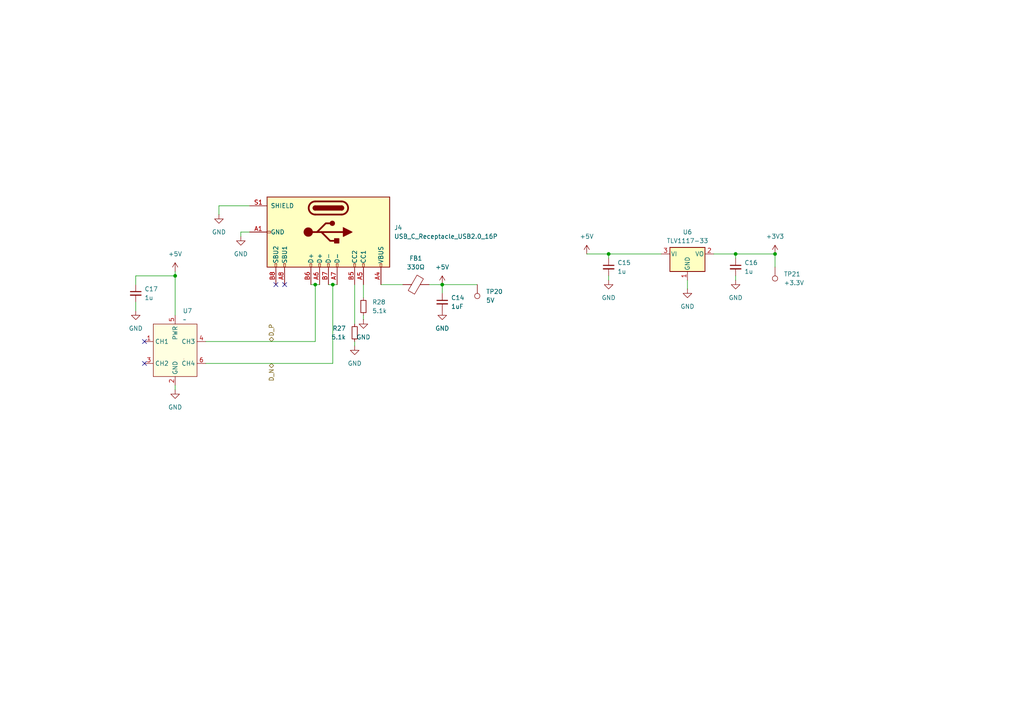
<source format=kicad_sch>
(kicad_sch (version 20231120) (generator "eeschema") (generator_version "8.0")
  (paper "A4")
  (lib_symbols
    (symbol "Connector:TestPoint" (pin_numbers hide) (pin_names (offset 0.762) hide)
      (property "Reference" "TP" (at 0 6.858 0))
      (property "Value" "TestPoint" (at 0 5.08 0))
      (symbol "TestPoint_0_1"
        (circle (center 0 3.302) (radius 0.762))
      )
      (symbol "TestPoint_1_1"
        (pin passive line (at 0 0 90) (length 2.54) (name "1") (number "1"))
      )
    )
    (symbol "Connector:USB_C_Receptacle_USB2.0_16P" (pin_names (offset 1.016))
      (property "Reference" "J" (at 0 22.225 0))
      (property "Value" "USB_C_Receptacle_USB2.0_16P" (at 0 19.685 0))
      (symbol "USB_C_Receptacle_USB2.0_16P_0_0"
        (rectangle (start -0.254 -17.78) (end 0.254 -16.764))
        (rectangle (start 10.16 -14.986) (end 9.144 -15.494))
        (rectangle (start 10.16 -12.446) (end 9.144 -12.954))
        (rectangle (start 10.16 -4.826) (end 9.144 -5.334))
        (rectangle (start 10.16 -2.286) (end 9.144 -2.794))
        (rectangle (start 10.16 0.254) (end 9.144 -0.254))
        (rectangle (start 10.16 2.794) (end 9.144 2.286))
        (rectangle (start 10.16 7.874) (end 9.144 7.366))
        (rectangle (start 10.16 10.414) (end 9.144 9.906))
        (rectangle (start 10.16 15.494) (end 9.144 14.986))
      )
      (symbol "USB_C_Receptacle_USB2.0_16P_0_1"
        (rectangle (start -10.16 17.78) (end 10.16 -17.78) (stroke (width 0.254)) (fill (type background)))
        (arc (start -8.89 -3.81) (mid -6.985 -5.7067) (end -5.08 -3.81) (stroke (width 0.508)))
        (arc (start -7.62 -3.81) (mid -6.985 -4.4423) (end -6.35 -3.81) (stroke (width 0.254)))
        (arc (start -7.62 -3.81) (mid -6.985 -4.4423) (end -6.35 -3.81) (stroke (width 0.254)) (fill (type outline)))
        (rectangle (start -7.62 -3.81) (end -6.35 3.81) (stroke (width 0.254)) (fill (type outline)))
        (arc (start -6.35 3.81) (mid -6.985 4.4423) (end -7.62 3.81) (stroke (width 0.254)))
        (arc (start -6.35 3.81) (mid -6.985 4.4423) (end -7.62 3.81) (stroke (width 0.254)) (fill (type outline)))
        (arc (start -5.08 3.81) (mid -6.985 5.7067) (end -8.89 3.81) (stroke (width 0.508)))
        (circle (center -2.54 1.143) (radius 0.635) (stroke (width 0.254)) (fill (type outline)))
        (circle (center 0 -5.842) (radius 1.27) (fill (type outline)))
        (polyline (pts (xy -8.89 -3.81) (xy -8.89 3.81)) (stroke (width 0.508)))
        (polyline (pts (xy -5.08 3.81) (xy -5.08 -3.81)) (stroke (width 0.508)))
        (polyline (pts (xy 0 -5.842) (xy 0 4.318)) (stroke (width 0.508)))
        (polyline (pts (xy 0 -3.302) (xy -2.54 -0.762) (xy -2.54 0.508)) (stroke (width 0.508)))
        (polyline (pts (xy 0 -2.032) (xy 2.54 0.508) (xy 2.54 1.778)) (stroke (width 0.508)))
        (polyline (pts (xy -1.27 4.318) (xy 0 6.858) (xy 1.27 4.318) (xy -1.27 4.318)) (stroke (width 0.254)) (fill (type outline)))
        (rectangle (start 1.905 1.778) (end 3.175 3.048) (stroke (width 0.254)) (fill (type outline)))
      )
      (symbol "USB_C_Receptacle_USB2.0_16P_1_1"
        (pin passive line (at 0 -22.86 90) (length 5.08) (name "GND") (number "A1"))
        (pin passive line (at 0 -22.86 90) (length 5.08) hide (name "GND") (number "A12"))
        (pin passive line (at 15.24 15.24 180) (length 5.08) (name "VBUS") (number "A4"))
        (pin bidirectional line (at 15.24 10.16 180) (length 5.08) (name "CC1") (number "A5"))
        (pin bidirectional line (at 15.24 -2.54 180) (length 5.08) (name "D+") (number "A6"))
        (pin bidirectional line (at 15.24 2.54 180) (length 5.08) (name "D-") (number "A7"))
        (pin bidirectional line (at 15.24 -12.7 180) (length 5.08) (name "SBU1") (number "A8"))
        (pin passive line (at 15.24 15.24 180) (length 5.08) hide (name "VBUS") (number "A9"))
        (pin passive line (at 0 -22.86 90) (length 5.08) hide (name "GND") (number "B1"))
        (pin passive line (at 0 -22.86 90) (length 5.08) hide (name "GND") (number "B12"))
        (pin passive line (at 15.24 15.24 180) (length 5.08) hide (name "VBUS") (number "B4"))
        (pin bidirectional line (at 15.24 7.62 180) (length 5.08) (name "CC2") (number "B5"))
        (pin bidirectional line (at 15.24 -5.08 180) (length 5.08) (name "D+") (number "B6"))
        (pin bidirectional line (at 15.24 0 180) (length 5.08) (name "D-") (number "B7"))
        (pin bidirectional line (at 15.24 -15.24 180) (length 5.08) (name "SBU2") (number "B8"))
        (pin passive line (at 15.24 15.24 180) (length 5.08) hide (name "VBUS") (number "B9"))
        (pin passive line (at -7.62 -22.86 90) (length 5.08) (name "SHIELD") (number "S1"))
      )
    )
    (symbol "Device:C_Small" (pin_numbers hide) (pin_names (offset 0.254) hide)
      (property "Reference" "C" (at 0.254 1.778 0))
      (property "Value" "C_Small" (at 0.254 -2.032 0))
      (symbol "C_Small_0_1"
        (polyline (pts (xy -1.524 -0.508) (xy 1.524 -0.508)) (stroke (width 0.3302)))
        (polyline (pts (xy -1.524 0.508) (xy 1.524 0.508)) (stroke (width 0.3048)))
      )
      (symbol "C_Small_1_1"
        (pin passive line (at 0 2.54 270) (length 2.032) (name "~") (number "1"))
        (pin passive line (at 0 -2.54 90) (length 2.032) (name "~") (number "2"))
      )
    )
    (symbol "Device:FerriteBead" (pin_numbers hide) (pin_names (offset 0))
      (property "Reference" "FB" (at -3.81 0.635 90))
      (property "Value" "FerriteBead" (at 3.81 0 90))
      (symbol "FerriteBead_0_1"
        (polyline (pts (xy 0 -1.27) (xy 0 -1.2192)))
        (polyline (pts (xy 0 1.27) (xy 0 1.2954)))
        (polyline (pts (xy -2.7686 0.4064) (xy -1.7018 2.2606) (xy 2.7686 -0.3048) (xy 1.6764 -2.159) (xy -2.7686 0.4064)))
      )
      (symbol "FerriteBead_1_1"
        (pin passive line (at 0 3.81 270) (length 2.54) (name "~") (number "1"))
        (pin passive line (at 0 -3.81 90) (length 2.54) (name "~") (number "2"))
      )
    )
    (symbol "Device:R_Small" (pin_numbers hide) (pin_names (offset 0.254) hide)
      (property "Reference" "R" (at 0.762 0.508 0))
      (property "Value" "R_Small" (at 0.762 -1.016 0))
      (symbol "R_Small_0_1"
        (rectangle (start -0.762 1.778) (end 0.762 -1.778) (stroke (width 0.2032)))
      )
      (symbol "R_Small_1_1"
        (pin passive line (at 0 2.54 270) (length 0.762) (name "~") (number "1"))
        (pin passive line (at 0 -2.54 90) (length 0.762) (name "~") (number "2"))
      )
    )
    (symbol "Project:CM1293A-04SO"
      (property "Reference" "U" (at 4.318 -6.604 0))
      (symbol "CM1293A-04SO_0_1"
        (rectangle (start 2.54 -2.54) (end 2.54 -2.54))
      )
      (symbol "CM1293A-04SO_1_1"
        (rectangle (start -6.35 7.62) (end 6.35 -7.62) (fill (type color) (color 255 255 194 0.49)))
        (pin passive line (at -8.89 2.54 0) (length 2.54) (name "CH1") (number "1"))
        (pin passive line (at 0 -10.16 90) (length 2.54) (name "GND") (number "2"))
        (pin passive line (at -8.89 -3.81 0) (length 2.54) (name "CH2") (number "3"))
        (pin passive line (at 8.89 2.54 180) (length 2.54) (name "CH3") (number "4"))
        (pin passive line (at 0 10.16 270) (length 2.54) (name "PWR") (number "5"))
        (pin passive line (at 8.89 -3.81 180) (length 2.54) (name "CH4") (number "6"))
      )
    )
    (symbol "Regulator_Linear:TLV1117-33" (pin_names (offset 0.254))
      (property "Reference" "U" (at -3.81 3.175 0))
      (property "Value" "TLV1117-33" (at 0 3.175 0))
      (symbol "TLV1117-33_0_1"
        (rectangle (start -5.08 -5.08) (end 5.08 1.905) (stroke (width 0.254)) (fill (type background)))
      )
      (symbol "TLV1117-33_1_1"
        (pin power_in line (at 0 -7.62 90) (length 2.54) (name "GND") (number "1"))
        (pin power_out line (at 7.62 0 180) (length 2.54) (name "VO") (number "2"))
        (pin power_in line (at -7.62 0 0) (length 2.54) (name "VI") (number "3"))
      )
    )
    (symbol "power:+3V3" (power) (pin_numbers hide) (pin_names (offset 0) hide)
      (property "Value" "+3V3" (at 0 3.556 0))
      (symbol "+3V3_0_1"
        (polyline (pts (xy -0.762 1.27) (xy 0 2.54)))
        (polyline (pts (xy 0 0) (xy 0 2.54)))
        (polyline (pts (xy 0 2.54) (xy 0.762 1.27)))
      )
      (symbol "+3V3_1_1"
        (pin power_in line (at 0 0 90) (length 0) (name "~") (number "1"))
      )
    )
    (symbol "power:+5V" (power) (pin_numbers hide) (pin_names (offset 0) hide)
      (property "Value" "+5V" (at 0 3.556 0))
      (symbol "+5V_0_1"
        (polyline (pts (xy -0.762 1.27) (xy 0 2.54)))
        (polyline (pts (xy 0 0) (xy 0 2.54)))
        (polyline (pts (xy 0 2.54) (xy 0.762 1.27)))
      )
      (symbol "+5V_1_1"
        (pin power_in line (at 0 0 90) (length 0) (name "~") (number "1"))
      )
    )
    (symbol "power:GND" (power) (pin_numbers hide) (pin_names (offset 0) hide)
      (property "Value" "GND" (at 0 -3.81 0))
      (symbol "GND_0_1"
        (polyline (pts (xy 0 0) (xy 0 -1.27) (xy 1.27 -1.27) (xy 0 -2.54) (xy -1.27 -1.27) (xy 0 -1.27)))
      )
      (symbol "GND_1_1"
        (pin power_in line (at 0 0 270) (length 0) (name "~") (number "1"))
      )
    )
  )
  (junction (at 224.79 73.66))
  (junction (at 128.27 82.55))
  (junction (at 213.36 73.66))
  (junction (at 91.44 82.55))
  (junction (at 96.52 82.55))
  (junction (at 176.53 73.66))
  (junction (at 50.8 80.01))
  (no_connect (at 82.55 82.55))
  (no_connect (at 80.01 82.55))
  (no_connect (at 41.91 99.06))
  (no_connect (at 41.91 105.41))
  (wire (pts (xy 59.69 99.06) (xy 91.44 99.06)))
  (wire (pts (xy 124.46 82.55) (xy 128.27 82.55)))
  (wire (pts (xy 224.79 73.66) (xy 224.79 77.47)))
  (wire (pts (xy 102.87 99.06) (xy 102.87 100.33)))
  (wire (pts (xy 50.8 111.76) (xy 50.8 113.03)))
  (wire (pts (xy 128.27 82.55) (xy 138.43 82.55)))
  (wire (pts (xy 72.39 59.69) (xy 63.5 59.69)))
  (wire (pts (xy 95.25 82.55) (xy 96.52 82.55)))
  (wire (pts (xy 176.53 74.93) (xy 176.53 73.66)))
  (wire (pts (xy 199.39 81.28) (xy 199.39 83.82)))
  (wire (pts (xy 39.37 82.55) (xy 39.37 80.01)))
  (wire (pts (xy 105.41 91.44) (xy 105.41 92.71)))
  (wire (pts (xy 213.36 73.66) (xy 224.79 73.66)))
  (wire (pts (xy 207.01 73.66) (xy 213.36 73.66)))
  (wire (pts (xy 170.18 73.66) (xy 176.53 73.66)))
  (wire (pts (xy 176.53 73.66) (xy 191.77 73.66)))
  (wire (pts (xy 96.52 105.41) (xy 59.69 105.41)))
  (wire (pts (xy 72.39 67.31) (xy 69.85 67.31)))
  (wire (pts (xy 50.8 80.01) (xy 50.8 91.44)))
  (wire (pts (xy 176.53 81.28) (xy 176.53 80.01)))
  (wire (pts (xy 50.8 78.74) (xy 50.8 80.01)))
  (wire (pts (xy 90.17 82.55) (xy 91.44 82.55)))
  (wire (pts (xy 69.85 67.31) (xy 69.85 68.58)))
  (wire (pts (xy 102.87 82.55) (xy 102.87 93.98)))
  (wire (pts (xy 91.44 82.55) (xy 92.71 82.55)))
  (wire (pts (xy 63.5 59.69) (xy 63.5 62.23)))
  (wire (pts (xy 213.36 74.93) (xy 213.36 73.66)))
  (wire (pts (xy 128.27 82.55) (xy 128.27 85.09)))
  (wire (pts (xy 213.36 81.28) (xy 213.36 80.01)))
  (wire (pts (xy 96.52 82.55) (xy 96.52 105.41)))
  (wire (pts (xy 96.52 82.55) (xy 97.79 82.55)))
  (wire (pts (xy 105.41 82.55) (xy 105.41 86.36)))
  (wire (pts (xy 110.49 82.55) (xy 116.84 82.55)))
  (wire (pts (xy 39.37 80.01) (xy 50.8 80.01)))
  (wire (pts (xy 39.37 87.63) (xy 39.37 90.17)))
  (wire (pts (xy 91.44 99.06) (xy 91.44 82.55)))
  (hierarchical_label "D_N" (shape bidirectional) (at 78.74 105.41 270))
  (hierarchical_label "D_P" (shape bidirectional) (at 78.74 99.06 90))
  (symbol (lib_id "power:GND") (at 63.5 62.23 0) (unit 1)
    (property "Reference" "#PWR042" (effects (hide yes)))
    (property "Value" "GND" (at 63.5 67.31 0))
    (property "Description" "Power symbol creates a global label with name \"GND\" , ground" (effects (hide yes)))
  )
  (symbol (lib_id "power:GND") (at 50.8 113.03 0) (unit 1)
    (property "Reference" "#PWR055" (effects (hide yes)))
    (property "Value" "GND" (at 50.8 118.11 0))
    (property "Description" "Power symbol creates a global label with name \"GND\" , ground" (effects (hide yes)))
  )
  (symbol (lib_id "power:GND") (at 213.36 81.28 0) (unit 1)
    (property "Reference" "#PWR051" (effects (hide yes)))
    (property "Value" "GND" (at 213.36 86.36 0))
    (property "Description" "Power symbol creates a global label with name \"GND\" , ground" (effects (hide yes)))
  )
  (symbol (lib_id "Project:CM1293A-04SO") (at 50.8 101.6 0) (unit 1)
    (property "Reference" "U7" (at 52.9941 90.17 0) (effects (justify left)))
    (property "Value" "~" (at 52.9941 92.71 0) (effects (justify left)))
  )
  (symbol (lib_id "Device:C_Small") (at 39.37 85.09 0) (unit 1)
    (property "Reference" "C17" (at 41.91 83.8262 0) (effects (justify left)))
    (property "Value" "1u" (at 41.91 86.3662 0) (effects (justify left)))
    (property "Footprint" "Capacitor_SMD:C_0805_2012Metric" (effects (hide yes)))
    (property "Description" "Unpolarized capacitor, small symbol" (effects (hide yes)))
  )
  (symbol (lib_id "Connector:TestPoint") (at 138.43 82.55 180) (unit 1)
    (property "Reference" "TP20" (at 140.97 84.5819 0) (effects (justify right)))
    (property "Value" "5V" (at 140.97 87.1219 0) (effects (justify right)))
    (property "Footprint" "TestPoint:TestPoint_Pad_3.0x3.0mm" (effects (hide yes)))
    (property "Description" "test point" (effects (hide yes)))
  )
  (symbol (lib_id "Connector:TestPoint") (at 224.79 77.47 180) (unit 1)
    (property "Reference" "TP21" (at 227.33 79.5019 0) (effects (justify right)))
    (property "Value" "+3.3V" (at 227.33 82.0419 0) (effects (justify right)))
    (property "Footprint" "TestPoint:TestPoint_Pad_3.0x3.0mm" (effects (hide yes)))
    (property "Description" "test point" (effects (hide yes)))
  )
  (symbol (lib_id "Device:R_Small") (at 105.41 88.9 0) (unit 1)
    (property "Reference" "R28" (at 107.95 87.6299 0) (effects (justify left)))
    (property "Value" "5.1k" (at 107.95 90.1699 0) (effects (justify left)))
    (property "Footprint" "Resistor_SMD:R_0805_2012Metric" (effects (hide yes)))
    (property "Description" "Resistor, small symbol" (effects (hide yes)))
  )
  (symbol (lib_id "Device:C_Small") (at 213.36 77.47 0) (unit 1)
    (property "Reference" "C16" (at 215.9 76.2062 0) (effects (justify left)))
    (property "Value" "1u" (at 215.9 78.7462 0) (effects (justify left)))
    (property "Footprint" "Capacitor_SMD:C_0805_2012Metric" (effects (hide yes)))
    (property "Description" "Unpolarized capacitor, small symbol" (effects (hide yes)))
  )
  (symbol (lib_id "power:GND") (at 105.41 92.71 0) (unit 1)
    (property "Reference" "#PWR045" (effects (hide yes)))
    (property "Value" "GND" (at 105.41 97.79 0))
    (property "Description" "Power symbol creates a global label with name \"GND\" , ground" (effects (hide yes)))
  )
  (symbol (lib_id "power:+5V") (at 50.8 78.74 0) (unit 1)
    (property "Reference" "#PWR054" (effects (hide yes)))
    (property "Value" "+5V" (at 50.8 73.66 0))
    (property "Description" "Power symbol creates a global label with name \"+5V\"" (effects (hide yes)))
  )
  (symbol (lib_id "Device:C_Small") (at 128.27 87.63 0) (unit 1)
    (property "Reference" "C14" (at 130.81 86.3662 0) (effects (justify left)))
    (property "Value" "1uF" (at 130.81 88.9062 0) (effects (justify left)))
    (property "Footprint" "Capacitor_SMD:C_0805_2012Metric" (effects (hide yes)))
    (property "Description" "Unpolarized capacitor, small symbol" (effects (hide yes)))
  )
  (symbol (lib_id "Device:C_Small") (at 176.53 77.47 0) (unit 1)
    (property "Reference" "C15" (at 179.07 76.2062 0) (effects (justify left)))
    (property "Value" "1u" (at 179.07 78.7462 0) (effects (justify left)))
    (property "Footprint" "Capacitor_SMD:C_0805_2012Metric" (effects (hide yes)))
    (property "Description" "Unpolarized capacitor, small symbol" (effects (hide yes)))
  )
  (symbol (lib_id "Device:FerriteBead") (at 120.65 82.55 90) (unit 1)
    (property "Reference" "FB1" (at 120.5992 74.93 90))
    (property "Value" "330Ω" (at 120.5992 77.47 90))
    (property "Footprint" "Resistor_SMD:R_0805_2012Metric" (effects (hide yes)))
    (property "Description" "Ferrite bead" (effects (hide yes)))
  )
  (symbol (lib_id "power:GND") (at 69.85 68.58 0) (unit 1)
    (property "Reference" "#PWR043" (effects (hide yes)))
    (property "Value" "GND" (at 69.85 73.66 0))
    (property "Description" "Power symbol creates a global label with name \"GND\" , ground" (effects (hide yes)))
  )
  (symbol (lib_id "power:GND") (at 128.27 90.17 0) (unit 1)
    (property "Reference" "#PWR047" (effects (hide yes)))
    (property "Value" "GND" (at 128.27 95.25 0))
    (property "Description" "Power symbol creates a global label with name \"GND\" , ground" (effects (hide yes)))
  )
  (symbol (lib_id "Regulator_Linear:TLV1117-33") (at 199.39 73.66 0) (unit 1)
    (property "Reference" "U6" (at 199.39 67.31 0))
    (property "Value" "TLV1117-33" (at 199.39 69.85 0))
    (property "Footprint" "Package_TO_SOT_SMD:SOT-223-3_TabPin2" (effects (hide yes)))
    (property "Datasheet" "http://www.ti.com/lit/ds/symlink/tlv1117.pdf" (effects (hide yes)))
    (property "Description" "800mA Low-Dropout Linear Regulator, 3.3V fixed output, TO-220/TO-252/TO-263/SOT-223" (effects (hide yes)))
    (property "JLCPCB" "C37359" (effects (hide yes)))
  )
  (symbol (lib_id "power:GND") (at 176.53 81.28 0) (unit 1)
    (property "Reference" "#PWR049" (effects (hide yes)))
    (property "Value" "GND" (at 176.53 86.36 0))
    (property "Description" "Power symbol creates a global label with name \"GND\" , ground" (effects (hide yes)))
  )
  (symbol (lib_id "Device:R_Small") (at 102.87 96.52 0) (mirror y) (unit 1)
    (property "Reference" "R27" (at 100.33 95.2499 0) (effects (justify left)))
    (property "Value" "5.1k" (at 100.33 97.7899 0) (effects (justify left)))
    (property "Footprint" "Resistor_SMD:R_0805_2012Metric" (effects (hide yes)))
    (property "Description" "Resistor, small symbol" (effects (hide yes)))
  )
  (symbol (lib_id "power:GND") (at 102.87 100.33 0) (unit 1)
    (property "Reference" "#PWR044" (effects (hide yes)))
    (property "Value" "GND" (at 102.87 105.41 0))
    (property "Description" "Power symbol creates a global label with name \"GND\" , ground" (effects (hide yes)))
  )
  (symbol (lib_id "power:GND") (at 199.39 83.82 0) (unit 1)
    (property "Reference" "#PWR050" (effects (hide yes)))
    (property "Value" "GND" (at 199.39 88.9 0))
    (property "Description" "Power symbol creates a global label with name \"GND\" , ground" (effects (hide yes)))
  )
  (symbol (lib_id "power:+5V") (at 128.27 82.55 0) (unit 1)
    (property "Reference" "#PWR046" (effects (hide yes)))
    (property "Value" "+5V" (at 128.27 77.47 0))
    (property "Description" "Power symbol creates a global label with name \"+5V\"" (effects (hide yes)))
  )
  (symbol (lib_id "Connector:USB_C_Receptacle_USB2.0_16P") (at 95.25 67.31 270) (unit 1)
    (property "Reference" "J4" (at 114.3 66.0399 90) (effects (justify left)))
    (property "Value" "USB_C_Receptacle_USB2.0_16P" (at 114.3 68.5799 90) (effects (justify left)))
    (property "Footprint" "Connector_USB:USB_C_Receptacle_GCT_USB4105-xx-A_16P_TopMnt_Horizontal" (effects (hide yes)))
    (property "Datasheet" "https://www.usb.org/sites/default/files/documents/usb_type-c.zip" (effects (hide yes)))
    (property "Description" "USB 2.0-only 16P Type-C Receptacle connector" (effects (hide yes)))
    (property "DigiKey Part #" "USB4105-GF-A" (effects (hide yes)))
  )
  (symbol (lib_id "power:+3V3") (at 224.79 73.66 0) (unit 1)
    (property "Reference" "#PWR052" (effects (hide yes)))
    (property "Value" "+3V3" (at 224.79 68.58 0))
    (property "Description" "Power symbol creates a global label with name \"+3V3\"" (effects (hide yes)))
  )
  (symbol (lib_id "power:GND") (at 39.37 90.17 0) (unit 1)
    (property "Reference" "#PWR053" (effects (hide yes)))
    (property "Value" "GND" (at 39.37 95.25 0))
    (property "Description" "Power symbol creates a global label with name \"GND\" , ground" (effects (hide yes)))
  )
  (symbol (lib_id "power:+5V") (at 170.18 73.66 0) (unit 1)
    (property "Reference" "#PWR048" (effects (hide yes)))
    (property "Value" "+5V" (at 170.18 68.58 0))
    (property "Description" "Power symbol creates a global label with name \"+5V\"" (effects (hide yes)))
  )
)
</source>
